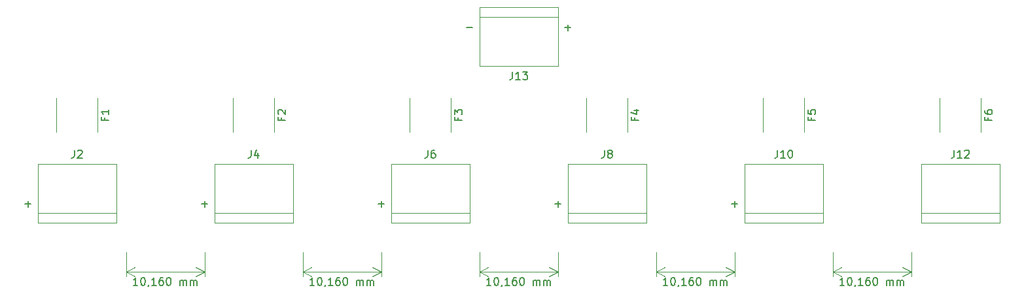
<source format=gbr>
G04 #@! TF.GenerationSoftware,KiCad,Pcbnew,5.1.6*
G04 #@! TF.CreationDate,2020-05-20T11:35:38+02:00*
G04 #@! TF.ProjectId,12V_power_dist,3132565f-706f-4776-9572-5f646973742e,rev?*
G04 #@! TF.SameCoordinates,Original*
G04 #@! TF.FileFunction,Legend,Top*
G04 #@! TF.FilePolarity,Positive*
%FSLAX46Y46*%
G04 Gerber Fmt 4.6, Leading zero omitted, Abs format (unit mm)*
G04 Created by KiCad (PCBNEW 5.1.6) date 2020-05-20 11:35:38*
%MOMM*%
%LPD*%
G01*
G04 APERTURE LIST*
%ADD10C,0.150000*%
%ADD11C,0.120000*%
G04 APERTURE END LIST*
D10*
X183769047Y-96591428D02*
X184530952Y-96591428D01*
X184150000Y-96972380D02*
X184150000Y-96210476D01*
X160909047Y-96591428D02*
X161670952Y-96591428D01*
X161290000Y-96972380D02*
X161290000Y-96210476D01*
X138049047Y-96591428D02*
X138810952Y-96591428D01*
X138430000Y-96972380D02*
X138430000Y-96210476D01*
X115189047Y-96591428D02*
X115950952Y-96591428D01*
X115570000Y-96972380D02*
X115570000Y-96210476D01*
X92329047Y-96591428D02*
X93090952Y-96591428D01*
X92710000Y-96972380D02*
X92710000Y-96210476D01*
X149479047Y-73731428D02*
X150240952Y-73731428D01*
X162179047Y-73731428D02*
X162940952Y-73731428D01*
X162560000Y-74112380D02*
X162560000Y-73350476D01*
X198358571Y-107132380D02*
X197787142Y-107132380D01*
X198072857Y-107132380D02*
X198072857Y-106132380D01*
X197977619Y-106275238D01*
X197882380Y-106370476D01*
X197787142Y-106418095D01*
X198977619Y-106132380D02*
X199072857Y-106132380D01*
X199168095Y-106180000D01*
X199215714Y-106227619D01*
X199263333Y-106322857D01*
X199310952Y-106513333D01*
X199310952Y-106751428D01*
X199263333Y-106941904D01*
X199215714Y-107037142D01*
X199168095Y-107084761D01*
X199072857Y-107132380D01*
X198977619Y-107132380D01*
X198882380Y-107084761D01*
X198834761Y-107037142D01*
X198787142Y-106941904D01*
X198739523Y-106751428D01*
X198739523Y-106513333D01*
X198787142Y-106322857D01*
X198834761Y-106227619D01*
X198882380Y-106180000D01*
X198977619Y-106132380D01*
X199787142Y-107084761D02*
X199787142Y-107132380D01*
X199739523Y-107227619D01*
X199691904Y-107275238D01*
X200739523Y-107132380D02*
X200168095Y-107132380D01*
X200453809Y-107132380D02*
X200453809Y-106132380D01*
X200358571Y-106275238D01*
X200263333Y-106370476D01*
X200168095Y-106418095D01*
X201596666Y-106132380D02*
X201406190Y-106132380D01*
X201310952Y-106180000D01*
X201263333Y-106227619D01*
X201168095Y-106370476D01*
X201120476Y-106560952D01*
X201120476Y-106941904D01*
X201168095Y-107037142D01*
X201215714Y-107084761D01*
X201310952Y-107132380D01*
X201501428Y-107132380D01*
X201596666Y-107084761D01*
X201644285Y-107037142D01*
X201691904Y-106941904D01*
X201691904Y-106703809D01*
X201644285Y-106608571D01*
X201596666Y-106560952D01*
X201501428Y-106513333D01*
X201310952Y-106513333D01*
X201215714Y-106560952D01*
X201168095Y-106608571D01*
X201120476Y-106703809D01*
X202310952Y-106132380D02*
X202406190Y-106132380D01*
X202501428Y-106180000D01*
X202549047Y-106227619D01*
X202596666Y-106322857D01*
X202644285Y-106513333D01*
X202644285Y-106751428D01*
X202596666Y-106941904D01*
X202549047Y-107037142D01*
X202501428Y-107084761D01*
X202406190Y-107132380D01*
X202310952Y-107132380D01*
X202215714Y-107084761D01*
X202168095Y-107037142D01*
X202120476Y-106941904D01*
X202072857Y-106751428D01*
X202072857Y-106513333D01*
X202120476Y-106322857D01*
X202168095Y-106227619D01*
X202215714Y-106180000D01*
X202310952Y-106132380D01*
X203834761Y-107132380D02*
X203834761Y-106465714D01*
X203834761Y-106560952D02*
X203882380Y-106513333D01*
X203977619Y-106465714D01*
X204120476Y-106465714D01*
X204215714Y-106513333D01*
X204263333Y-106608571D01*
X204263333Y-107132380D01*
X204263333Y-106608571D02*
X204310952Y-106513333D01*
X204406190Y-106465714D01*
X204549047Y-106465714D01*
X204644285Y-106513333D01*
X204691904Y-106608571D01*
X204691904Y-107132380D01*
X205168095Y-107132380D02*
X205168095Y-106465714D01*
X205168095Y-106560952D02*
X205215714Y-106513333D01*
X205310952Y-106465714D01*
X205453809Y-106465714D01*
X205549047Y-106513333D01*
X205596666Y-106608571D01*
X205596666Y-107132380D01*
X205596666Y-106608571D02*
X205644285Y-106513333D01*
X205739523Y-106465714D01*
X205882380Y-106465714D01*
X205977619Y-106513333D01*
X206025238Y-106608571D01*
X206025238Y-107132380D01*
D11*
X207010000Y-105410000D02*
X196850000Y-105410000D01*
X207010000Y-102870000D02*
X207010000Y-105996421D01*
X196850000Y-102870000D02*
X196850000Y-105996421D01*
X196850000Y-105410000D02*
X197976504Y-104823579D01*
X196850000Y-105410000D02*
X197976504Y-105996421D01*
X207010000Y-105410000D02*
X205883496Y-104823579D01*
X207010000Y-105410000D02*
X205883496Y-105996421D01*
D10*
X175498571Y-107132380D02*
X174927142Y-107132380D01*
X175212857Y-107132380D02*
X175212857Y-106132380D01*
X175117619Y-106275238D01*
X175022380Y-106370476D01*
X174927142Y-106418095D01*
X176117619Y-106132380D02*
X176212857Y-106132380D01*
X176308095Y-106180000D01*
X176355714Y-106227619D01*
X176403333Y-106322857D01*
X176450952Y-106513333D01*
X176450952Y-106751428D01*
X176403333Y-106941904D01*
X176355714Y-107037142D01*
X176308095Y-107084761D01*
X176212857Y-107132380D01*
X176117619Y-107132380D01*
X176022380Y-107084761D01*
X175974761Y-107037142D01*
X175927142Y-106941904D01*
X175879523Y-106751428D01*
X175879523Y-106513333D01*
X175927142Y-106322857D01*
X175974761Y-106227619D01*
X176022380Y-106180000D01*
X176117619Y-106132380D01*
X176927142Y-107084761D02*
X176927142Y-107132380D01*
X176879523Y-107227619D01*
X176831904Y-107275238D01*
X177879523Y-107132380D02*
X177308095Y-107132380D01*
X177593809Y-107132380D02*
X177593809Y-106132380D01*
X177498571Y-106275238D01*
X177403333Y-106370476D01*
X177308095Y-106418095D01*
X178736666Y-106132380D02*
X178546190Y-106132380D01*
X178450952Y-106180000D01*
X178403333Y-106227619D01*
X178308095Y-106370476D01*
X178260476Y-106560952D01*
X178260476Y-106941904D01*
X178308095Y-107037142D01*
X178355714Y-107084761D01*
X178450952Y-107132380D01*
X178641428Y-107132380D01*
X178736666Y-107084761D01*
X178784285Y-107037142D01*
X178831904Y-106941904D01*
X178831904Y-106703809D01*
X178784285Y-106608571D01*
X178736666Y-106560952D01*
X178641428Y-106513333D01*
X178450952Y-106513333D01*
X178355714Y-106560952D01*
X178308095Y-106608571D01*
X178260476Y-106703809D01*
X179450952Y-106132380D02*
X179546190Y-106132380D01*
X179641428Y-106180000D01*
X179689047Y-106227619D01*
X179736666Y-106322857D01*
X179784285Y-106513333D01*
X179784285Y-106751428D01*
X179736666Y-106941904D01*
X179689047Y-107037142D01*
X179641428Y-107084761D01*
X179546190Y-107132380D01*
X179450952Y-107132380D01*
X179355714Y-107084761D01*
X179308095Y-107037142D01*
X179260476Y-106941904D01*
X179212857Y-106751428D01*
X179212857Y-106513333D01*
X179260476Y-106322857D01*
X179308095Y-106227619D01*
X179355714Y-106180000D01*
X179450952Y-106132380D01*
X180974761Y-107132380D02*
X180974761Y-106465714D01*
X180974761Y-106560952D02*
X181022380Y-106513333D01*
X181117619Y-106465714D01*
X181260476Y-106465714D01*
X181355714Y-106513333D01*
X181403333Y-106608571D01*
X181403333Y-107132380D01*
X181403333Y-106608571D02*
X181450952Y-106513333D01*
X181546190Y-106465714D01*
X181689047Y-106465714D01*
X181784285Y-106513333D01*
X181831904Y-106608571D01*
X181831904Y-107132380D01*
X182308095Y-107132380D02*
X182308095Y-106465714D01*
X182308095Y-106560952D02*
X182355714Y-106513333D01*
X182450952Y-106465714D01*
X182593809Y-106465714D01*
X182689047Y-106513333D01*
X182736666Y-106608571D01*
X182736666Y-107132380D01*
X182736666Y-106608571D02*
X182784285Y-106513333D01*
X182879523Y-106465714D01*
X183022380Y-106465714D01*
X183117619Y-106513333D01*
X183165238Y-106608571D01*
X183165238Y-107132380D01*
D11*
X184150000Y-105410000D02*
X173990000Y-105410000D01*
X184150000Y-102870000D02*
X184150000Y-105996421D01*
X173990000Y-102870000D02*
X173990000Y-105996421D01*
X173990000Y-105410000D02*
X175116504Y-104823579D01*
X173990000Y-105410000D02*
X175116504Y-105996421D01*
X184150000Y-105410000D02*
X183023496Y-104823579D01*
X184150000Y-105410000D02*
X183023496Y-105996421D01*
D10*
X152638571Y-107132380D02*
X152067142Y-107132380D01*
X152352857Y-107132380D02*
X152352857Y-106132380D01*
X152257619Y-106275238D01*
X152162380Y-106370476D01*
X152067142Y-106418095D01*
X153257619Y-106132380D02*
X153352857Y-106132380D01*
X153448095Y-106180000D01*
X153495714Y-106227619D01*
X153543333Y-106322857D01*
X153590952Y-106513333D01*
X153590952Y-106751428D01*
X153543333Y-106941904D01*
X153495714Y-107037142D01*
X153448095Y-107084761D01*
X153352857Y-107132380D01*
X153257619Y-107132380D01*
X153162380Y-107084761D01*
X153114761Y-107037142D01*
X153067142Y-106941904D01*
X153019523Y-106751428D01*
X153019523Y-106513333D01*
X153067142Y-106322857D01*
X153114761Y-106227619D01*
X153162380Y-106180000D01*
X153257619Y-106132380D01*
X154067142Y-107084761D02*
X154067142Y-107132380D01*
X154019523Y-107227619D01*
X153971904Y-107275238D01*
X155019523Y-107132380D02*
X154448095Y-107132380D01*
X154733809Y-107132380D02*
X154733809Y-106132380D01*
X154638571Y-106275238D01*
X154543333Y-106370476D01*
X154448095Y-106418095D01*
X155876666Y-106132380D02*
X155686190Y-106132380D01*
X155590952Y-106180000D01*
X155543333Y-106227619D01*
X155448095Y-106370476D01*
X155400476Y-106560952D01*
X155400476Y-106941904D01*
X155448095Y-107037142D01*
X155495714Y-107084761D01*
X155590952Y-107132380D01*
X155781428Y-107132380D01*
X155876666Y-107084761D01*
X155924285Y-107037142D01*
X155971904Y-106941904D01*
X155971904Y-106703809D01*
X155924285Y-106608571D01*
X155876666Y-106560952D01*
X155781428Y-106513333D01*
X155590952Y-106513333D01*
X155495714Y-106560952D01*
X155448095Y-106608571D01*
X155400476Y-106703809D01*
X156590952Y-106132380D02*
X156686190Y-106132380D01*
X156781428Y-106180000D01*
X156829047Y-106227619D01*
X156876666Y-106322857D01*
X156924285Y-106513333D01*
X156924285Y-106751428D01*
X156876666Y-106941904D01*
X156829047Y-107037142D01*
X156781428Y-107084761D01*
X156686190Y-107132380D01*
X156590952Y-107132380D01*
X156495714Y-107084761D01*
X156448095Y-107037142D01*
X156400476Y-106941904D01*
X156352857Y-106751428D01*
X156352857Y-106513333D01*
X156400476Y-106322857D01*
X156448095Y-106227619D01*
X156495714Y-106180000D01*
X156590952Y-106132380D01*
X158114761Y-107132380D02*
X158114761Y-106465714D01*
X158114761Y-106560952D02*
X158162380Y-106513333D01*
X158257619Y-106465714D01*
X158400476Y-106465714D01*
X158495714Y-106513333D01*
X158543333Y-106608571D01*
X158543333Y-107132380D01*
X158543333Y-106608571D02*
X158590952Y-106513333D01*
X158686190Y-106465714D01*
X158829047Y-106465714D01*
X158924285Y-106513333D01*
X158971904Y-106608571D01*
X158971904Y-107132380D01*
X159448095Y-107132380D02*
X159448095Y-106465714D01*
X159448095Y-106560952D02*
X159495714Y-106513333D01*
X159590952Y-106465714D01*
X159733809Y-106465714D01*
X159829047Y-106513333D01*
X159876666Y-106608571D01*
X159876666Y-107132380D01*
X159876666Y-106608571D02*
X159924285Y-106513333D01*
X160019523Y-106465714D01*
X160162380Y-106465714D01*
X160257619Y-106513333D01*
X160305238Y-106608571D01*
X160305238Y-107132380D01*
D11*
X161290000Y-105410000D02*
X151130000Y-105410000D01*
X161290000Y-102870000D02*
X161290000Y-105996421D01*
X151130000Y-102870000D02*
X151130000Y-105996421D01*
X151130000Y-105410000D02*
X152256504Y-104823579D01*
X151130000Y-105410000D02*
X152256504Y-105996421D01*
X161290000Y-105410000D02*
X160163496Y-104823579D01*
X161290000Y-105410000D02*
X160163496Y-105996421D01*
D10*
X129778571Y-107132380D02*
X129207142Y-107132380D01*
X129492857Y-107132380D02*
X129492857Y-106132380D01*
X129397619Y-106275238D01*
X129302380Y-106370476D01*
X129207142Y-106418095D01*
X130397619Y-106132380D02*
X130492857Y-106132380D01*
X130588095Y-106180000D01*
X130635714Y-106227619D01*
X130683333Y-106322857D01*
X130730952Y-106513333D01*
X130730952Y-106751428D01*
X130683333Y-106941904D01*
X130635714Y-107037142D01*
X130588095Y-107084761D01*
X130492857Y-107132380D01*
X130397619Y-107132380D01*
X130302380Y-107084761D01*
X130254761Y-107037142D01*
X130207142Y-106941904D01*
X130159523Y-106751428D01*
X130159523Y-106513333D01*
X130207142Y-106322857D01*
X130254761Y-106227619D01*
X130302380Y-106180000D01*
X130397619Y-106132380D01*
X131207142Y-107084761D02*
X131207142Y-107132380D01*
X131159523Y-107227619D01*
X131111904Y-107275238D01*
X132159523Y-107132380D02*
X131588095Y-107132380D01*
X131873809Y-107132380D02*
X131873809Y-106132380D01*
X131778571Y-106275238D01*
X131683333Y-106370476D01*
X131588095Y-106418095D01*
X133016666Y-106132380D02*
X132826190Y-106132380D01*
X132730952Y-106180000D01*
X132683333Y-106227619D01*
X132588095Y-106370476D01*
X132540476Y-106560952D01*
X132540476Y-106941904D01*
X132588095Y-107037142D01*
X132635714Y-107084761D01*
X132730952Y-107132380D01*
X132921428Y-107132380D01*
X133016666Y-107084761D01*
X133064285Y-107037142D01*
X133111904Y-106941904D01*
X133111904Y-106703809D01*
X133064285Y-106608571D01*
X133016666Y-106560952D01*
X132921428Y-106513333D01*
X132730952Y-106513333D01*
X132635714Y-106560952D01*
X132588095Y-106608571D01*
X132540476Y-106703809D01*
X133730952Y-106132380D02*
X133826190Y-106132380D01*
X133921428Y-106180000D01*
X133969047Y-106227619D01*
X134016666Y-106322857D01*
X134064285Y-106513333D01*
X134064285Y-106751428D01*
X134016666Y-106941904D01*
X133969047Y-107037142D01*
X133921428Y-107084761D01*
X133826190Y-107132380D01*
X133730952Y-107132380D01*
X133635714Y-107084761D01*
X133588095Y-107037142D01*
X133540476Y-106941904D01*
X133492857Y-106751428D01*
X133492857Y-106513333D01*
X133540476Y-106322857D01*
X133588095Y-106227619D01*
X133635714Y-106180000D01*
X133730952Y-106132380D01*
X135254761Y-107132380D02*
X135254761Y-106465714D01*
X135254761Y-106560952D02*
X135302380Y-106513333D01*
X135397619Y-106465714D01*
X135540476Y-106465714D01*
X135635714Y-106513333D01*
X135683333Y-106608571D01*
X135683333Y-107132380D01*
X135683333Y-106608571D02*
X135730952Y-106513333D01*
X135826190Y-106465714D01*
X135969047Y-106465714D01*
X136064285Y-106513333D01*
X136111904Y-106608571D01*
X136111904Y-107132380D01*
X136588095Y-107132380D02*
X136588095Y-106465714D01*
X136588095Y-106560952D02*
X136635714Y-106513333D01*
X136730952Y-106465714D01*
X136873809Y-106465714D01*
X136969047Y-106513333D01*
X137016666Y-106608571D01*
X137016666Y-107132380D01*
X137016666Y-106608571D02*
X137064285Y-106513333D01*
X137159523Y-106465714D01*
X137302380Y-106465714D01*
X137397619Y-106513333D01*
X137445238Y-106608571D01*
X137445238Y-107132380D01*
D11*
X138430000Y-105410000D02*
X128270000Y-105410000D01*
X138430000Y-102870000D02*
X138430000Y-105996421D01*
X128270000Y-102870000D02*
X128270000Y-105996421D01*
X128270000Y-105410000D02*
X129396504Y-104823579D01*
X128270000Y-105410000D02*
X129396504Y-105996421D01*
X138430000Y-105410000D02*
X137303496Y-104823579D01*
X138430000Y-105410000D02*
X137303496Y-105996421D01*
D10*
X106918571Y-107132380D02*
X106347142Y-107132380D01*
X106632857Y-107132380D02*
X106632857Y-106132380D01*
X106537619Y-106275238D01*
X106442380Y-106370476D01*
X106347142Y-106418095D01*
X107537619Y-106132380D02*
X107632857Y-106132380D01*
X107728095Y-106180000D01*
X107775714Y-106227619D01*
X107823333Y-106322857D01*
X107870952Y-106513333D01*
X107870952Y-106751428D01*
X107823333Y-106941904D01*
X107775714Y-107037142D01*
X107728095Y-107084761D01*
X107632857Y-107132380D01*
X107537619Y-107132380D01*
X107442380Y-107084761D01*
X107394761Y-107037142D01*
X107347142Y-106941904D01*
X107299523Y-106751428D01*
X107299523Y-106513333D01*
X107347142Y-106322857D01*
X107394761Y-106227619D01*
X107442380Y-106180000D01*
X107537619Y-106132380D01*
X108347142Y-107084761D02*
X108347142Y-107132380D01*
X108299523Y-107227619D01*
X108251904Y-107275238D01*
X109299523Y-107132380D02*
X108728095Y-107132380D01*
X109013809Y-107132380D02*
X109013809Y-106132380D01*
X108918571Y-106275238D01*
X108823333Y-106370476D01*
X108728095Y-106418095D01*
X110156666Y-106132380D02*
X109966190Y-106132380D01*
X109870952Y-106180000D01*
X109823333Y-106227619D01*
X109728095Y-106370476D01*
X109680476Y-106560952D01*
X109680476Y-106941904D01*
X109728095Y-107037142D01*
X109775714Y-107084761D01*
X109870952Y-107132380D01*
X110061428Y-107132380D01*
X110156666Y-107084761D01*
X110204285Y-107037142D01*
X110251904Y-106941904D01*
X110251904Y-106703809D01*
X110204285Y-106608571D01*
X110156666Y-106560952D01*
X110061428Y-106513333D01*
X109870952Y-106513333D01*
X109775714Y-106560952D01*
X109728095Y-106608571D01*
X109680476Y-106703809D01*
X110870952Y-106132380D02*
X110966190Y-106132380D01*
X111061428Y-106180000D01*
X111109047Y-106227619D01*
X111156666Y-106322857D01*
X111204285Y-106513333D01*
X111204285Y-106751428D01*
X111156666Y-106941904D01*
X111109047Y-107037142D01*
X111061428Y-107084761D01*
X110966190Y-107132380D01*
X110870952Y-107132380D01*
X110775714Y-107084761D01*
X110728095Y-107037142D01*
X110680476Y-106941904D01*
X110632857Y-106751428D01*
X110632857Y-106513333D01*
X110680476Y-106322857D01*
X110728095Y-106227619D01*
X110775714Y-106180000D01*
X110870952Y-106132380D01*
X112394761Y-107132380D02*
X112394761Y-106465714D01*
X112394761Y-106560952D02*
X112442380Y-106513333D01*
X112537619Y-106465714D01*
X112680476Y-106465714D01*
X112775714Y-106513333D01*
X112823333Y-106608571D01*
X112823333Y-107132380D01*
X112823333Y-106608571D02*
X112870952Y-106513333D01*
X112966190Y-106465714D01*
X113109047Y-106465714D01*
X113204285Y-106513333D01*
X113251904Y-106608571D01*
X113251904Y-107132380D01*
X113728095Y-107132380D02*
X113728095Y-106465714D01*
X113728095Y-106560952D02*
X113775714Y-106513333D01*
X113870952Y-106465714D01*
X114013809Y-106465714D01*
X114109047Y-106513333D01*
X114156666Y-106608571D01*
X114156666Y-107132380D01*
X114156666Y-106608571D02*
X114204285Y-106513333D01*
X114299523Y-106465714D01*
X114442380Y-106465714D01*
X114537619Y-106513333D01*
X114585238Y-106608571D01*
X114585238Y-107132380D01*
D11*
X115570000Y-105410000D02*
X105410000Y-105410000D01*
X115570000Y-102870000D02*
X115570000Y-105996421D01*
X105410000Y-102870000D02*
X105410000Y-105996421D01*
X105410000Y-105410000D02*
X106536504Y-104823579D01*
X105410000Y-105410000D02*
X106536504Y-105996421D01*
X115570000Y-105410000D02*
X114443496Y-104823579D01*
X115570000Y-105410000D02*
X114443496Y-105996421D01*
X210690000Y-82886248D02*
X210690000Y-87293752D01*
X216030000Y-82886248D02*
X216030000Y-87293752D01*
X187830000Y-82886248D02*
X187830000Y-87293752D01*
X193170000Y-82886248D02*
X193170000Y-87293752D01*
X164970000Y-82886248D02*
X164970000Y-87293752D01*
X170310000Y-82886248D02*
X170310000Y-87293752D01*
X142110000Y-82886248D02*
X142110000Y-87293752D01*
X147450000Y-82886248D02*
X147450000Y-87293752D01*
X119250000Y-82886248D02*
X119250000Y-87293752D01*
X124590000Y-82886248D02*
X124590000Y-87293752D01*
X96390000Y-82886248D02*
X96390000Y-87293752D01*
X101730000Y-82886248D02*
X101730000Y-87293752D01*
X161290000Y-71120000D02*
X151130000Y-71120000D01*
X161290000Y-78740000D02*
X161290000Y-71120000D01*
X151130000Y-78740000D02*
X161290000Y-78740000D01*
X151130000Y-71120000D02*
X151130000Y-78740000D01*
X151130000Y-72390000D02*
X161290000Y-72390000D01*
X116840000Y-99060000D02*
X127000000Y-99060000D01*
X116840000Y-91440000D02*
X116840000Y-99060000D01*
X127000000Y-91440000D02*
X116840000Y-91440000D01*
X127000000Y-99060000D02*
X127000000Y-91440000D01*
X127000000Y-97790000D02*
X116840000Y-97790000D01*
X162560000Y-99060000D02*
X172720000Y-99060000D01*
X162560000Y-91440000D02*
X162560000Y-99060000D01*
X172720000Y-91440000D02*
X162560000Y-91440000D01*
X172720000Y-99060000D02*
X172720000Y-91440000D01*
X172720000Y-97790000D02*
X162560000Y-97790000D01*
X208280000Y-99060000D02*
X218440000Y-99060000D01*
X208280000Y-91440000D02*
X208280000Y-99060000D01*
X218440000Y-91440000D02*
X208280000Y-91440000D01*
X218440000Y-99060000D02*
X218440000Y-91440000D01*
X218440000Y-97790000D02*
X208280000Y-97790000D01*
X139700000Y-99060000D02*
X149860000Y-99060000D01*
X139700000Y-91440000D02*
X139700000Y-99060000D01*
X149860000Y-91440000D02*
X139700000Y-91440000D01*
X149860000Y-99060000D02*
X149860000Y-91440000D01*
X149860000Y-97790000D02*
X139700000Y-97790000D01*
X185420000Y-99060000D02*
X195580000Y-99060000D01*
X185420000Y-91440000D02*
X185420000Y-99060000D01*
X195580000Y-91440000D02*
X185420000Y-91440000D01*
X195580000Y-99060000D02*
X195580000Y-91440000D01*
X195580000Y-97790000D02*
X185420000Y-97790000D01*
X93980000Y-99060000D02*
X104140000Y-99060000D01*
X93980000Y-91440000D02*
X93980000Y-99060000D01*
X104140000Y-91440000D02*
X93980000Y-91440000D01*
X104140000Y-99060000D02*
X104140000Y-91440000D01*
X104140000Y-97790000D02*
X93980000Y-97790000D01*
D10*
X216968571Y-85423333D02*
X216968571Y-85756666D01*
X217492380Y-85756666D02*
X216492380Y-85756666D01*
X216492380Y-85280476D01*
X216492380Y-84470952D02*
X216492380Y-84661428D01*
X216540000Y-84756666D01*
X216587619Y-84804285D01*
X216730476Y-84899523D01*
X216920952Y-84947142D01*
X217301904Y-84947142D01*
X217397142Y-84899523D01*
X217444761Y-84851904D01*
X217492380Y-84756666D01*
X217492380Y-84566190D01*
X217444761Y-84470952D01*
X217397142Y-84423333D01*
X217301904Y-84375714D01*
X217063809Y-84375714D01*
X216968571Y-84423333D01*
X216920952Y-84470952D01*
X216873333Y-84566190D01*
X216873333Y-84756666D01*
X216920952Y-84851904D01*
X216968571Y-84899523D01*
X217063809Y-84947142D01*
X194108571Y-85423333D02*
X194108571Y-85756666D01*
X194632380Y-85756666D02*
X193632380Y-85756666D01*
X193632380Y-85280476D01*
X193632380Y-84423333D02*
X193632380Y-84899523D01*
X194108571Y-84947142D01*
X194060952Y-84899523D01*
X194013333Y-84804285D01*
X194013333Y-84566190D01*
X194060952Y-84470952D01*
X194108571Y-84423333D01*
X194203809Y-84375714D01*
X194441904Y-84375714D01*
X194537142Y-84423333D01*
X194584761Y-84470952D01*
X194632380Y-84566190D01*
X194632380Y-84804285D01*
X194584761Y-84899523D01*
X194537142Y-84947142D01*
X171248571Y-85423333D02*
X171248571Y-85756666D01*
X171772380Y-85756666D02*
X170772380Y-85756666D01*
X170772380Y-85280476D01*
X171105714Y-84470952D02*
X171772380Y-84470952D01*
X170724761Y-84709047D02*
X171439047Y-84947142D01*
X171439047Y-84328095D01*
X148388571Y-85423333D02*
X148388571Y-85756666D01*
X148912380Y-85756666D02*
X147912380Y-85756666D01*
X147912380Y-85280476D01*
X147912380Y-84994761D02*
X147912380Y-84375714D01*
X148293333Y-84709047D01*
X148293333Y-84566190D01*
X148340952Y-84470952D01*
X148388571Y-84423333D01*
X148483809Y-84375714D01*
X148721904Y-84375714D01*
X148817142Y-84423333D01*
X148864761Y-84470952D01*
X148912380Y-84566190D01*
X148912380Y-84851904D01*
X148864761Y-84947142D01*
X148817142Y-84994761D01*
X125528571Y-85423333D02*
X125528571Y-85756666D01*
X126052380Y-85756666D02*
X125052380Y-85756666D01*
X125052380Y-85280476D01*
X125147619Y-84947142D02*
X125100000Y-84899523D01*
X125052380Y-84804285D01*
X125052380Y-84566190D01*
X125100000Y-84470952D01*
X125147619Y-84423333D01*
X125242857Y-84375714D01*
X125338095Y-84375714D01*
X125480952Y-84423333D01*
X126052380Y-84994761D01*
X126052380Y-84375714D01*
X102668571Y-85423333D02*
X102668571Y-85756666D01*
X103192380Y-85756666D02*
X102192380Y-85756666D01*
X102192380Y-85280476D01*
X103192380Y-84375714D02*
X103192380Y-84947142D01*
X103192380Y-84661428D02*
X102192380Y-84661428D01*
X102335238Y-84756666D01*
X102430476Y-84851904D01*
X102478095Y-84947142D01*
X155400476Y-79462380D02*
X155400476Y-80176666D01*
X155352857Y-80319523D01*
X155257619Y-80414761D01*
X155114761Y-80462380D01*
X155019523Y-80462380D01*
X156400476Y-80462380D02*
X155829047Y-80462380D01*
X156114761Y-80462380D02*
X156114761Y-79462380D01*
X156019523Y-79605238D01*
X155924285Y-79700476D01*
X155829047Y-79748095D01*
X156733809Y-79462380D02*
X157352857Y-79462380D01*
X157019523Y-79843333D01*
X157162380Y-79843333D01*
X157257619Y-79890952D01*
X157305238Y-79938571D01*
X157352857Y-80033809D01*
X157352857Y-80271904D01*
X157305238Y-80367142D01*
X157257619Y-80414761D01*
X157162380Y-80462380D01*
X156876666Y-80462380D01*
X156781428Y-80414761D01*
X156733809Y-80367142D01*
X121586666Y-89622380D02*
X121586666Y-90336666D01*
X121539047Y-90479523D01*
X121443809Y-90574761D01*
X121300952Y-90622380D01*
X121205714Y-90622380D01*
X122491428Y-89955714D02*
X122491428Y-90622380D01*
X122253333Y-89574761D02*
X122015238Y-90289047D01*
X122634285Y-90289047D01*
X167306666Y-89622380D02*
X167306666Y-90336666D01*
X167259047Y-90479523D01*
X167163809Y-90574761D01*
X167020952Y-90622380D01*
X166925714Y-90622380D01*
X167925714Y-90050952D02*
X167830476Y-90003333D01*
X167782857Y-89955714D01*
X167735238Y-89860476D01*
X167735238Y-89812857D01*
X167782857Y-89717619D01*
X167830476Y-89670000D01*
X167925714Y-89622380D01*
X168116190Y-89622380D01*
X168211428Y-89670000D01*
X168259047Y-89717619D01*
X168306666Y-89812857D01*
X168306666Y-89860476D01*
X168259047Y-89955714D01*
X168211428Y-90003333D01*
X168116190Y-90050952D01*
X167925714Y-90050952D01*
X167830476Y-90098571D01*
X167782857Y-90146190D01*
X167735238Y-90241428D01*
X167735238Y-90431904D01*
X167782857Y-90527142D01*
X167830476Y-90574761D01*
X167925714Y-90622380D01*
X168116190Y-90622380D01*
X168211428Y-90574761D01*
X168259047Y-90527142D01*
X168306666Y-90431904D01*
X168306666Y-90241428D01*
X168259047Y-90146190D01*
X168211428Y-90098571D01*
X168116190Y-90050952D01*
X212550476Y-89622380D02*
X212550476Y-90336666D01*
X212502857Y-90479523D01*
X212407619Y-90574761D01*
X212264761Y-90622380D01*
X212169523Y-90622380D01*
X213550476Y-90622380D02*
X212979047Y-90622380D01*
X213264761Y-90622380D02*
X213264761Y-89622380D01*
X213169523Y-89765238D01*
X213074285Y-89860476D01*
X212979047Y-89908095D01*
X213931428Y-89717619D02*
X213979047Y-89670000D01*
X214074285Y-89622380D01*
X214312380Y-89622380D01*
X214407619Y-89670000D01*
X214455238Y-89717619D01*
X214502857Y-89812857D01*
X214502857Y-89908095D01*
X214455238Y-90050952D01*
X213883809Y-90622380D01*
X214502857Y-90622380D01*
X144446666Y-89622380D02*
X144446666Y-90336666D01*
X144399047Y-90479523D01*
X144303809Y-90574761D01*
X144160952Y-90622380D01*
X144065714Y-90622380D01*
X145351428Y-89622380D02*
X145160952Y-89622380D01*
X145065714Y-89670000D01*
X145018095Y-89717619D01*
X144922857Y-89860476D01*
X144875238Y-90050952D01*
X144875238Y-90431904D01*
X144922857Y-90527142D01*
X144970476Y-90574761D01*
X145065714Y-90622380D01*
X145256190Y-90622380D01*
X145351428Y-90574761D01*
X145399047Y-90527142D01*
X145446666Y-90431904D01*
X145446666Y-90193809D01*
X145399047Y-90098571D01*
X145351428Y-90050952D01*
X145256190Y-90003333D01*
X145065714Y-90003333D01*
X144970476Y-90050952D01*
X144922857Y-90098571D01*
X144875238Y-90193809D01*
X189690476Y-89622380D02*
X189690476Y-90336666D01*
X189642857Y-90479523D01*
X189547619Y-90574761D01*
X189404761Y-90622380D01*
X189309523Y-90622380D01*
X190690476Y-90622380D02*
X190119047Y-90622380D01*
X190404761Y-90622380D02*
X190404761Y-89622380D01*
X190309523Y-89765238D01*
X190214285Y-89860476D01*
X190119047Y-89908095D01*
X191309523Y-89622380D02*
X191404761Y-89622380D01*
X191500000Y-89670000D01*
X191547619Y-89717619D01*
X191595238Y-89812857D01*
X191642857Y-90003333D01*
X191642857Y-90241428D01*
X191595238Y-90431904D01*
X191547619Y-90527142D01*
X191500000Y-90574761D01*
X191404761Y-90622380D01*
X191309523Y-90622380D01*
X191214285Y-90574761D01*
X191166666Y-90527142D01*
X191119047Y-90431904D01*
X191071428Y-90241428D01*
X191071428Y-90003333D01*
X191119047Y-89812857D01*
X191166666Y-89717619D01*
X191214285Y-89670000D01*
X191309523Y-89622380D01*
X98726666Y-89622380D02*
X98726666Y-90336666D01*
X98679047Y-90479523D01*
X98583809Y-90574761D01*
X98440952Y-90622380D01*
X98345714Y-90622380D01*
X99155238Y-89717619D02*
X99202857Y-89670000D01*
X99298095Y-89622380D01*
X99536190Y-89622380D01*
X99631428Y-89670000D01*
X99679047Y-89717619D01*
X99726666Y-89812857D01*
X99726666Y-89908095D01*
X99679047Y-90050952D01*
X99107619Y-90622380D01*
X99726666Y-90622380D01*
M02*

</source>
